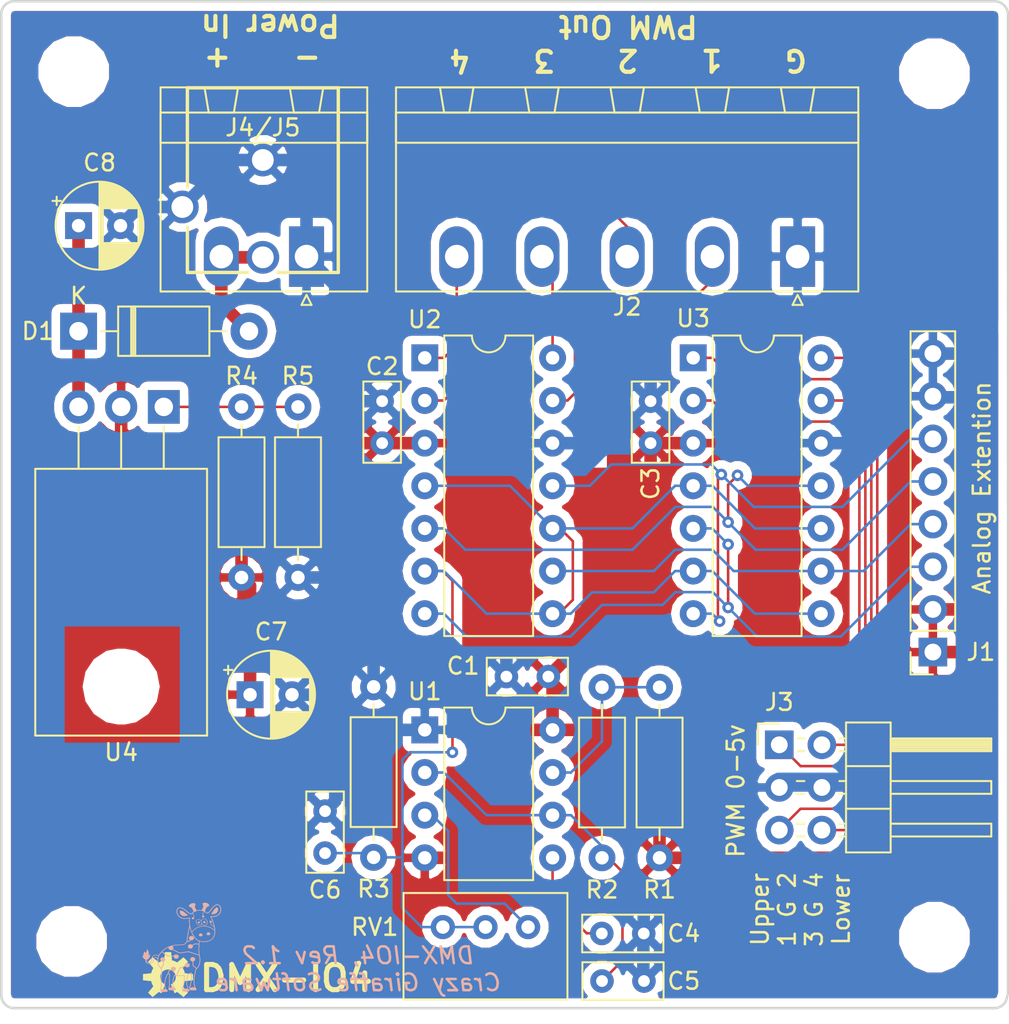
<source format=kicad_pcb>
(kicad_pcb (version 20171130) (host pcbnew "(5.0.0)")
  (title_block (title "DMX Demonstrator - Analog IO PWM (DMX-IO4)") (date 2023-07-01) (rev 1.2) (company "Crazy Giraffe Software") (comment 2 "Designed by: SparkyBobo") (comment 3 https://creativecommons.org/licenses/by-sa/4.0/) (comment 4 "Released under the Creative Commons Attribution Share-Alike 4.0m License"))
  (layers (0 F.Cu signal hide) (31 B.Cu signal hide) (34 B.Paste user) (35 F.Paste user) (36 B.SilkS user) (37 F.SilkS user) (38 B.Mask user) (39 F.Mask user) (44 Edge.Cuts user))
  (net 0 "")
  (net 1 GND)
  (net 2 /AO1)
  (net 3 /AO0)
  (net 4 /AO3)
  (net 5 /AO2)
  (net 6 "Net-(J2-Pad2)")
  (net 7 "Net-(J2-Pad3)")
  (net 8 "Net-(J2-Pad4)")
  (net 9 "Net-(J2-Pad5)")
  (net 10 "Net-(R1-Pad2)")
  (net 11 +5V)
  (net 12 "Net-(C4-Pad2)")
  (net 13 "Net-(RV1-Pad1)")
  (net 14 "Net-(R4-Pad1)")
  (net 15 "Net-(D1-Pad2)")
  (net 16 "Net-(C2-Pad1)")
  (net 17 "Net-(J3-Pad1)")
  (net 18 "Net-(J3-Pad2)")
  (net 19 "Net-(J3-Pad5)")
  (net 20 "Net-(J3-Pad6)")
  (net 21 "Net-(C8-Pad1)")
  (net 22 "Net-(C6-Pad1)")
  (net 23 "Net-(C5-Pad2)")
  (module Connector_PinHeader_2.54mm:PinHeader_2x03_P2.54mm_Horizontal (layer F.Cu) (at 162.6108 111.252)
    (fp_text reference J3 (at 0 -2.54) (layer F.SilkS))
    (fp_text value "+5V Output")
    (pad 1 thru_hole rect (at 0 0) (size 1.7 1.7) (drill 1) (layers *.Cu *.Mask) (net 17 "Net-(J3-Pad1)"))
    (pad 2 thru_hole oval (at 2.54 0) (size 1.7 1.7) (drill 1) (layers *.Cu *.Mask) (net 18 "Net-(J3-Pad2)"))
    (pad 3 thru_hole oval (at 0 2.54) (size 1.7 1.7) (drill 1) (layers *.Cu *.Mask) (net 1 GND))
    (pad 4 thru_hole oval (at 2.54 2.54) (size 1.7 1.7) (drill 1) (layers *.Cu *.Mask) (net 1 GND))
    (pad 5 thru_hole oval (at 0 5.08) (size 1.7 1.7) (drill 1) (layers *.Cu *.Mask) (net 19 "Net-(J3-Pad5)"))
    (pad 6 thru_hole oval (at 2.54 5.08) (size 1.7 1.7) (drill 1) (layers *.Cu *.Mask) (net 20 "Net-(J3-Pad6)"))
  )
  (module Capacitor_THT:CP_Radial_D5.0mm_P2.50mm (layer F.Cu) (at 120.8405 80.3275)
    (fp_text reference C8 (at 1.25 -3.75) (layer F.SilkS))
    (fp_text value 10uF)
    (pad 1 thru_hole rect (at 0 0) (size 1.6 1.6) (drill 0.8) (layers *.Cu *.Mask) (net 21 "Net-(C8-Pad1)"))
    (pad 2 thru_hole circle (at 2.5 0) (size 1.6 1.6) (drill 0.8) (layers *.Cu *.Mask) (net 1 GND))
  )
  (module Capacitor_THT:C_Rect_L4.6mm_W2.0mm_P2.50mm_MKS02_FKP02 (layer F.Cu) (at 135.5344 117.7036 90)
    (fp_text reference C6 (at -2.1844 0 180) (layer F.SilkS))
    (fp_text value 0.68uF)
    (pad 1 thru_hole circle (at 0 0 90) (size 1.4 1.4) (drill 0.7) (layers *.Cu *.Mask) (net 22 "Net-(C6-Pad1)"))
    (pad 2 thru_hole circle (at 2.5 0 90) (size 1.4 1.4) (drill 0.7) (layers *.Cu *.Mask) (net 1 GND))
  )
  (module Package_DIP:DIP-14_W7.62mm (layer F.Cu) (at 157.48 88.2015)
    (fp_text reference U3 (at 0 -2.3495) (layer F.SilkS))
    (fp_text value LM339)
    (pad 1 thru_hole rect (at 0 0) (size 1.6 1.6) (drill 0.8) (layers *.Cu *.Mask) (net 19 "Net-(J3-Pad5)"))
    (pad 8 thru_hole oval (at 7.62 15.24) (size 1.6 1.6) (drill 0.8) (layers *.Cu *.Mask) (net 22 "Net-(C6-Pad1)"))
    (pad 2 thru_hole oval (at 0 2.54) (size 1.6 1.6) (drill 0.8) (layers *.Cu *.Mask) (net 18 "Net-(J3-Pad2)"))
    (pad 9 thru_hole oval (at 7.62 12.7) (size 1.6 1.6) (drill 0.8) (layers *.Cu *.Mask) (net 5 /AO2))
    (pad 3 thru_hole oval (at 0 5.08) (size 1.6 1.6) (drill 0.8) (layers *.Cu *.Mask) (net 11 +5V))
    (pad 10 thru_hole oval (at 7.62 10.16) (size 1.6 1.6) (drill 0.8) (layers *.Cu *.Mask) (net 22 "Net-(C6-Pad1)"))
    (pad 4 thru_hole oval (at 0 7.62) (size 1.6 1.6) (drill 0.8) (layers *.Cu *.Mask) (net 22 "Net-(C6-Pad1)"))
    (pad 11 thru_hole oval (at 7.62 7.62) (size 1.6 1.6) (drill 0.8) (layers *.Cu *.Mask) (net 2 /AO1))
    (pad 5 thru_hole oval (at 0 10.16) (size 1.6 1.6) (drill 0.8) (layers *.Cu *.Mask) (net 4 /AO3))
    (pad 12 thru_hole oval (at 7.62 5.08) (size 1.6 1.6) (drill 0.8) (layers *.Cu *.Mask) (net 1 GND))
    (pad 6 thru_hole oval (at 0 12.7) (size 1.6 1.6) (drill 0.8) (layers *.Cu *.Mask) (net 22 "Net-(C6-Pad1)"))
    (pad 13 thru_hole oval (at 7.62 2.54) (size 1.6 1.6) (drill 0.8) (layers *.Cu *.Mask) (net 17 "Net-(J3-Pad1)"))
    (pad 7 thru_hole oval (at 0 15.24) (size 1.6 1.6) (drill 0.8) (layers *.Cu *.Mask) (net 3 /AO0))
    (pad 14 thru_hole oval (at 7.62 0) (size 1.6 1.6) (drill 0.8) (layers *.Cu *.Mask) (net 20 "Net-(J3-Pad6)"))
  )
  (module Package_TO_SOT_THT:TO-220-3_Horizontal_TabDown (layer F.Cu) (at 125.9205 91.1225 180)
    (fp_text reference U4 (at 2.54 -20.58 180) (layer F.SilkS))
    (fp_text value LM317T)
    (pad "" np_thru_hole oval (at 2.54 -16.66 180) (size 3.5 3.5) (drill 3.5) (layers *.Cu *.Mask))
    (pad 1 thru_hole rect (at 0 0 180) (size 1.905 2) (drill 1.1) (layers *.Cu *.Mask) (net 14 "Net-(R4-Pad1)"))
    (pad 2 thru_hole oval (at 2.54 0 180) (size 1.905 2) (drill 1.1) (layers *.Cu *.Mask) (net 16 "Net-(C2-Pad1)"))
    (pad 3 thru_hole oval (at 5.08 0 180) (size 1.905 2) (drill 1.1) (layers *.Cu *.Mask) (net 21 "Net-(C8-Pad1)"))
  )
  (module Connector_Phoenix_MSTB:PhoenixContact_MSTBA_2,5_5-G-5,08_1x05_P5.08mm_Horizontal (layer F.Cu) (at 163.703 82.169 180)
    (fp_text reference J2 (at 10.16 -3 180) (layer F.SilkS))
    (fp_text value "Vo Output")
    (pad 1 thru_hole rect (at 0 0 180) (size 2.08 3.6) (drill 1.4) (layers *.Cu *.Mask) (net 1 GND))
    (pad 2 thru_hole oval (at 5.08 0 180) (size 2.08 3.6) (drill 1.4) (layers *.Cu *.Mask) (net 6 "Net-(J2-Pad2)"))
    (pad 3 thru_hole oval (at 10.16 0 180) (size 2.08 3.6) (drill 1.4) (layers *.Cu *.Mask) (net 7 "Net-(J2-Pad3)"))
    (pad 4 thru_hole oval (at 15.24 0 180) (size 2.08 3.6) (drill 1.4) (layers *.Cu *.Mask) (net 8 "Net-(J2-Pad4)"))
    (pad 5 thru_hole oval (at 20.32 0 180) (size 2.08 3.6) (drill 1.4) (layers *.Cu *.Mask) (net 9 "Net-(J2-Pad5)"))
  )
  (module Capacitor_THT:CP_Radial_D5.0mm_P2.50mm (layer F.Cu) (at 131.064 108.2675)
    (fp_text reference C7 (at 1.25 -3.75) (layer F.SilkS))
    (fp_text value 10uF)
    (pad 1 thru_hole rect (at 0 0) (size 1.6 1.6) (drill 0.8) (layers *.Cu *.Mask) (net 16 "Net-(C2-Pad1)"))
    (pad 2 thru_hole circle (at 2.5 0) (size 1.6 1.6) (drill 0.8) (layers *.Cu *.Mask) (net 1 GND))
  )
  (module Connector_Phoenix_MSTB:PhoenixContact_MSTBA_2,5_2-G-5,08_1x02_P5.08mm_Horizontal (layer F.Cu) (at 134.4295 82.169 180)
    (fp_text reference J4 hide)
    (fp_text value Power)
    (pad 1 thru_hole rect (at 0 0 180) (size 2.08 3.6) (drill 1.4) (layers *.Cu *.Mask) (net 1 GND))
    (pad 2 thru_hole oval (at 5.08 0 180) (size 2.08 3.6) (drill 1.4) (layers *.Cu *.Mask) (net 15 "Net-(D1-Pad2)"))
  )
  (module Connectors:POWER_JACK_PTH_BREAD (layer F.Cu) (at 131.826 68.5165 180)
    (fp_text reference J5 hide)
    (fp_text value Power hide)
    (pad GND thru_hole circle (at 0 -7.8994 180) (size 1.94818 1.94818) (drill 1.29794) (layers *.Cu *.Mask) (net 1 GND))
    (pad GNDB thru_hole circle (at 4.79806 -10.69848 180) (size 1.94818 1.94818) (drill 1.29794) (layers *.Cu *.Mask) (net 1 GND))
    (pad PWR thru_hole circle (at 0 -13.69822 180) (size 1.94818 1.94818) (drill 1.29794) (layers *.Cu *.Mask) (net 15 "Net-(D1-Pad2)"))
  )
  (module Diode_THT:D_DO-41_SOD81_P10.16mm_Horizontal (layer F.Cu) (at 120.8405 86.614)
    (fp_text reference D1 (at -2.413 0) (layer F.SilkS))
    (fp_text value 1N5819)
    (fp_text user K (at 0 -2.1) (layer F.SilkS))
    (pad 1 thru_hole rect (at 0 0) (size 2.2 2.2) (drill 1.1) (layers *.Cu *.Mask) (net 21 "Net-(C8-Pad1)"))
    (pad 2 thru_hole oval (at 10.16 0) (size 2.2 2.2) (drill 1.1) (layers *.Cu *.Mask) (net 15 "Net-(D1-Pad2)"))
  )
  (module Resistor_THT:R_Axial_DIN0207_L6.3mm_D2.5mm_P10.16mm_Horizontal (layer F.Cu) (at 130.556 91.1225 270)
    (fp_text reference R4 (at -1.8415 0 180) (layer F.SilkS))
    (fp_text value "392 1%")
    (pad 2 thru_hole oval (at 10.16 0 270) (size 1.6 1.6) (drill 0.8) (layers *.Cu *.Mask) (net 16 "Net-(C2-Pad1)"))
    (pad 1 thru_hole circle (at 0 0 270) (size 1.6 1.6) (drill 0.8) (layers *.Cu *.Mask) (net 14 "Net-(R4-Pad1)"))
  )
  (module Resistor_THT:R_Axial_DIN0207_L6.3mm_D2.5mm_P10.16mm_Horizontal (layer F.Cu) (at 133.9215 101.2825 90)
    (fp_text reference R5 (at 12.0015 0 180) (layer F.SilkS))
    (fp_text value "2.74k 1%")
    (pad 1 thru_hole circle (at 0 0 90) (size 1.6 1.6) (drill 0.8) (layers *.Cu *.Mask) (net 1 GND))
    (pad 2 thru_hole oval (at 10.16 0 90) (size 1.6 1.6) (drill 0.8) (layers *.Cu *.Mask) (net 14 "Net-(R4-Pad1)"))
  )
  (module Package_DIP:DIP-14_W7.62mm (layer F.Cu) (at 141.478 88.2015)
    (fp_text reference U2 (at 0 -2.286) (layer F.SilkS))
    (fp_text value LM339)
    (pad 14 thru_hole oval (at 7.62 0) (size 1.6 1.6) (drill 0.8) (layers *.Cu *.Mask) (net 8 "Net-(J2-Pad4)"))
    (pad 7 thru_hole oval (at 0 15.24) (size 1.6 1.6) (drill 0.8) (layers *.Cu *.Mask) (net 4 /AO3))
    (pad 13 thru_hole oval (at 7.62 2.54) (size 1.6 1.6) (drill 0.8) (layers *.Cu *.Mask) (net 6 "Net-(J2-Pad2)"))
    (pad 6 thru_hole oval (at 0 12.7) (size 1.6 1.6) (drill 0.8) (layers *.Cu *.Mask) (net 22 "Net-(C6-Pad1)"))
    (pad 12 thru_hole oval (at 7.62 5.08) (size 1.6 1.6) (drill 0.8) (layers *.Cu *.Mask) (net 1 GND))
    (pad 5 thru_hole oval (at 0 10.16) (size 1.6 1.6) (drill 0.8) (layers *.Cu *.Mask) (net 2 /AO1))
    (pad 11 thru_hole oval (at 7.62 7.62) (size 1.6 1.6) (drill 0.8) (layers *.Cu *.Mask) (net 3 /AO0))
    (pad 4 thru_hole oval (at 0 7.62) (size 1.6 1.6) (drill 0.8) (layers *.Cu *.Mask) (net 22 "Net-(C6-Pad1)"))
    (pad 10 thru_hole oval (at 7.62 10.16) (size 1.6 1.6) (drill 0.8) (layers *.Cu *.Mask) (net 22 "Net-(C6-Pad1)"))
    (pad 3 thru_hole oval (at 0 5.08) (size 1.6 1.6) (drill 0.8) (layers *.Cu *.Mask) (net 16 "Net-(C2-Pad1)"))
    (pad 9 thru_hole oval (at 7.62 12.7) (size 1.6 1.6) (drill 0.8) (layers *.Cu *.Mask) (net 5 /AO2))
    (pad 2 thru_hole oval (at 0 2.54) (size 1.6 1.6) (drill 0.8) (layers *.Cu *.Mask) (net 7 "Net-(J2-Pad3)"))
    (pad 8 thru_hole oval (at 7.62 15.24) (size 1.6 1.6) (drill 0.8) (layers *.Cu *.Mask) (net 22 "Net-(C6-Pad1)"))
    (pad 1 thru_hole rect (at 0 0) (size 1.6 1.6) (drill 0.8) (layers *.Cu *.Mask) (net 9 "Net-(J2-Pad5)"))
  )
  (module Capacitor_THT:C_Rect_L4.6mm_W2.0mm_P2.50mm_MKS02_FKP02 (layer F.Cu) (at 154.94 93.2815 90)
    (fp_text reference C3 (at -2.413 0 90) (layer F.SilkS))
    (fp_text value 0.1uF)
    (pad 1 thru_hole circle (at 0 0 90) (size 1.4 1.4) (drill 0.7) (layers *.Cu *.Mask) (net 11 +5V))
    (pad 2 thru_hole circle (at 2.5 0 90) (size 1.4 1.4) (drill 0.7) (layers *.Cu *.Mask) (net 1 GND))
  )
  (module Capacitor_THT:C_Rect_L4.6mm_W2.0mm_P2.50mm_MKS02_FKP02 (layer F.Cu) (at 154.5317 122.4915 180)
    (fp_text reference C4 (at -2.3895 0 180) (layer F.SilkS))
    (fp_text value 100nf)
    (pad 2 thru_hole circle (at 2.5 0 180) (size 1.4 1.4) (drill 0.7) (layers *.Cu *.Mask) (net 12 "Net-(C4-Pad2)"))
    (pad 1 thru_hole circle (at 0 0 180) (size 1.4 1.4) (drill 0.7) (layers *.Cu *.Mask) (net 1 GND))
  )
  (module Capacitor_THT:C_Rect_L4.6mm_W2.0mm_P2.50mm_MKS02_FKP02 (layer F.Cu) (at 154.5444 125.3236 180)
    (fp_text reference C5 (at -2.3768 0) (layer F.SilkS))
    (fp_text value 0.68uF)
    (pad 1 thru_hole circle (at 0 0 180) (size 1.4 1.4) (drill 0.7) (layers *.Cu *.Mask) (net 1 GND))
    (pad 2 thru_hole circle (at 2.5 0 180) (size 1.4 1.4) (drill 0.7) (layers *.Cu *.Mask) (net 23 "Net-(C5-Pad2)"))
  )
  (module Potentiometer_THT:Potentiometer_Bourns_3299W_Vertical (layer F.Cu) (at 147.6375 122.1105)
    (fp_text reference RV1 (at -9.144 0 -180) (layer F.SilkS))
    (fp_text value 10k)
    (pad 1 thru_hole circle (at 0 0) (size 1.44 1.44) (drill 0.8) (layers *.Cu *.Mask) (net 13 "Net-(RV1-Pad1)"))
    (pad 2 thru_hole circle (at -2.54 0) (size 1.44 1.44) (drill 0.8) (layers *.Cu *.Mask) (net 22 "Net-(C6-Pad1)"))
    (pad 3 thru_hole circle (at -5.08 0) (size 1.44 1.44) (drill 0.8) (layers *.Cu *.Mask) (net 22 "Net-(C6-Pad1)"))
  )
  (module Resistor_THT:R_Axial_DIN0207_L6.3mm_D2.5mm_P10.16mm_Horizontal (layer F.Cu) (at 155.4734 117.983 90)
    (fp_text reference R1 (at -1.905 0 180) (layer F.SilkS))
    (fp_text value 330)
    (pad 2 thru_hole oval (at 10.16 0 90) (size 1.6 1.6) (drill 0.8) (layers *.Cu *.Mask) (net 10 "Net-(R1-Pad2)"))
    (pad 1 thru_hole circle (at 0 0 90) (size 1.6 1.6) (drill 0.8) (layers *.Cu *.Mask) (net 11 +5V))
  )
  (module Resistor_THT:R_Axial_DIN0207_L6.3mm_D2.5mm_P10.16mm_Horizontal (layer F.Cu) (at 152.0444 107.823 270)
    (fp_text reference R2 (at 12.065 0) (layer F.SilkS))
    (fp_text value 10k)
    (pad 1 thru_hole circle (at 0 0 270) (size 1.6 1.6) (drill 0.8) (layers *.Cu *.Mask) (net 10 "Net-(R1-Pad2)"))
    (pad 2 thru_hole oval (at 10.16 0 270) (size 1.6 1.6) (drill 0.8) (layers *.Cu *.Mask) (net 23 "Net-(C5-Pad2)"))
  )
  (module Resistor_THT:R_Axial_DIN0207_L6.3mm_D2.5mm_P10.16mm_Horizontal (layer F.Cu) (at 138.43 107.7976 270)
    (fp_text reference R3 (at 12.0396 0) (layer F.SilkS))
    (fp_text value 10k)
    (pad 2 thru_hole oval (at 10.16 0 270) (size 1.6 1.6) (drill 0.8) (layers *.Cu *.Mask) (net 22 "Net-(C6-Pad1)"))
    (pad 1 thru_hole circle (at 0 0 270) (size 1.6 1.6) (drill 0.8) (layers *.Cu *.Mask) (net 1 GND))
  )
  (module Connector_PinSocket_2.54mm:PinSocket_1x08_P2.54mm_Vertical (layer F.Cu) (at 171.7675 105.7275 180)
    (fp_text reference J1 (at -2.8575 0 180) (layer F.SilkS))
    (fp_text value "Analog Extension")
    (pad 1 thru_hole rect (at 0 0 180) (size 1.7 1.7) (drill 1) (layers *.Cu *.Mask) (net 11 +5V))
    (pad 2 thru_hole oval (at 0 2.54 180) (size 1.7 1.7) (drill 1) (layers *.Cu *.Mask) (net 11 +5V))
    (pad 3 thru_hole oval (at 0 5.08 180) (size 1.7 1.7) (drill 1) (layers *.Cu *.Mask) (net 4 /AO3))
    (pad 4 thru_hole oval (at 0 7.62 180) (size 1.7 1.7) (drill 1) (layers *.Cu *.Mask) (net 5 /AO2))
    (pad 5 thru_hole oval (at 0 10.16 180) (size 1.7 1.7) (drill 1) (layers *.Cu *.Mask) (net 2 /AO1))
    (pad 6 thru_hole oval (at 0 12.7 180) (size 1.7 1.7) (drill 1) (layers *.Cu *.Mask) (net 3 /AO0))
    (pad 7 thru_hole oval (at 0 15.24 180) (size 1.7 1.7) (drill 1) (layers *.Cu *.Mask) (net 1 GND))
    (pad 8 thru_hole oval (at 0 17.78 180) (size 1.7 1.7) (drill 1) (layers *.Cu *.Mask) (net 1 GND))
  )
  (module Package_DIP:DIP-8_W7.62mm (layer F.Cu) (at 141.478 110.363)
    (fp_text reference U1 (at 0 -2.286) (layer F.SilkS))
    (fp_text value LM555)
    (pad 1 thru_hole rect (at 0 0) (size 1.6 1.6) (drill 0.8) (layers *.Cu *.Mask) (net 1 GND))
    (pad 5 thru_hole oval (at 7.62 7.62) (size 1.6 1.6) (drill 0.8) (layers *.Cu *.Mask) (net 12 "Net-(C4-Pad2)"))
    (pad 2 thru_hole oval (at 0 2.54) (size 1.6 1.6) (drill 0.8) (layers *.Cu *.Mask) (net 23 "Net-(C5-Pad2)"))
    (pad 6 thru_hole oval (at 7.62 5.08) (size 1.6 1.6) (drill 0.8) (layers *.Cu *.Mask) (net 23 "Net-(C5-Pad2)"))
    (pad 3 thru_hole oval (at 0 5.08) (size 1.6 1.6) (drill 0.8) (layers *.Cu *.Mask) (net 13 "Net-(RV1-Pad1)"))
    (pad 7 thru_hole oval (at 7.62 2.54) (size 1.6 1.6) (drill 0.8) (layers *.Cu *.Mask) (net 10 "Net-(R1-Pad2)"))
    (pad 4 thru_hole oval (at 0 7.62) (size 1.6 1.6) (drill 0.8) (layers *.Cu *.Mask) (net 11 +5V))
    (pad 8 thru_hole oval (at 7.62 0) (size 1.6 1.6) (drill 0.8) (layers *.Cu *.Mask) (net 11 +5V))
  )
  (module Capacitor_THT:C_Rect_L4.6mm_W2.0mm_P2.50mm_MKS02_FKP02 (layer F.Cu) (at 138.938 93.2815 90)
    (fp_text reference C2 (at 4.572 0 180) (layer F.SilkS))
    (fp_text value 0.1uF)
    (pad 2 thru_hole circle (at 2.5 0 90) (size 1.4 1.4) (drill 0.7) (layers *.Cu *.Mask) (net 1 GND))
    (pad 1 thru_hole circle (at 0 0 90) (size 1.4 1.4) (drill 0.7) (layers *.Cu *.Mask) (net 16 "Net-(C2-Pad1)"))
  )
  (module Capacitor_THT:C_Rect_L4.6mm_W2.0mm_P2.50mm_MKS02_FKP02 (layer F.Cu) (at 148.844 107.188 180)
    (fp_text reference C1 (at 5.08 0.635 180) (layer F.SilkS))
    (fp_text value 0.1uF)
    (pad 1 thru_hole circle (at 0 0 180) (size 1.4 1.4) (drill 0.7) (layers *.Cu *.Mask) (net 11 +5V))
    (pad 2 thru_hole circle (at 2.5 0 180) (size 1.4 1.4) (drill 0.7) (layers *.Cu *.Mask) (net 1 GND))
  )
  (module MountingHole:MountingHole_3.2mm_M3 (layer F.Cu) (at 171.864 71.2775)
    (fp_text reference MH2 hide)
    (fp_text value MountingHole)
    (pad 1 np_thru_hole circle (at 0 0) (size 3.2 3.2) (drill 3.2) (layers *.Cu *.Mask))
  )
  (module MountingHole:MountingHole_3.2mm_M3 (layer F.Cu) (at 120.429 122.9665)
    (fp_text reference MH3 hide)
    (fp_text value MountingHole)
    (pad 1 np_thru_hole circle (at 0 0) (size 3.2 3.2) (drill 3.2) (layers *.Cu *.Mask))
  )
  (module MountingHole:MountingHole_3.2mm_M3 (layer F.Cu) (at 171.864 122.7125)
    (fp_text reference MH4 hide)
    (fp_text value MountingHole)
    (pad 1 np_thru_hole circle (at 0 0) (size 3.2 3.2) (drill 3.2) (layers *.Cu *.Mask))
  )
  (module MountingHole:MountingHole_3.2mm_M3 (layer F.Cu) (at 120.556 71.1505)
    (fp_text reference MH1 hide)
    (fp_text value MountingHole)
    (pad 1 np_thru_hole circle (at 0 0) (size 3.2 3.2) (drill 3.2) (layers *.Cu *.Mask))
  )
  (module footprints:OSHW-LOGO-S (layer F.Cu) (at 126.1745 125.095)
    (fp_text reference "" (at 0 0) (layer F.SilkS) (effects (font (size 1.524 1.524))))
    (fp_text value "" (at 0 0) (layer F.SilkS) (effects (font (size 1.524 1.524))))
  )
  (module footprints:logo_cr_5x5 (layer B.Cu) (at 127 123.317 180)
    (fp_text reference G*** hide)
    (fp_text value LOGO hide)
  )
  (gr_text "PWM 0-5v" (at 160.02 113.9952 90) (layer F.SilkS) (effects (font (size 1 1))))
  (gr_text "Upper\n1 G 2\n3 G 4\nLower" (at 163.8808 121.0564 90) (layer F.SilkS) (effects (font (size 1 1))))
  (gr_text J4/J5 (at 131.826 74.4855) (layer F.SilkS) (effects (font (size 1 1))))
  (gr_text " -    +\nPower In" (at 132.2705 69.4055 180) (layer F.SilkS) (effects (font (size 1.25 1.25) (thickness 0.25))))
  (gr_text "Analog Extention" (at 174.6885 95.9485 90) (layer F.SilkS) (effects (font (size 1 1))))
  (gr_line (start 116.9949 66.9595) (end 175.4149 66.9595) (layer Edge.Cuts) (width 0.15))
  (gr_line (start 176.2507 67.7775) (end 176.2455 126.111) (layer Edge.Cuts) (width 0.15))
  (gr_arc (start 175.4327 126.1745) (end 175.387 126.9365) (angle -90) (layer Edge.Cuts) (width 0.15))
  (gr_arc (start 175.4327 67.7775) (end 176.2507 67.7775) (angle -90) (layer Edge.Cuts) (width 0.15))
  (gr_arc (start 116.9949 67.7215) (end 116.9949 66.9595) (angle -90) (layer Edge.Cuts) (width 0.15))
  (gr_arc (start 117 126.1745) (end 116.238 126.1745) (angle -90) (layer Edge.Cuts) (width 0.15))
  (gr_line (start 117 126.9365) (end 175.387 126.9365) (layer Edge.Cuts) (width 0.15))
  (gr_line (start 116.2329 126.1975) (end 116.2329 67.7215) (layer Edge.Cuts) (width 0.15))
  (gr_text "DMX-IO4, Rev 1.2\nCrazy Giraffe Software\n\n" (at 137.541 125.4125) (layer B.SilkS) (effects (font (size 1 1) (thickness 0.15) italic) (justify mirror)))
  (gr_text DMX-IO4 (at 133.223 125.1585) (layer F.SilkS) (effects (font (size 1.5 1.5) (thickness 0.3))))
  (gr_text "G    1    2    3    4\nPWM Out" (at 153.6065 69.469 180) (layer F.SilkS) (effects (font (size 1.25 1.25) (thickness 0.25))))
  (segment (start 171.7675 90.4875) (end 171.831 90.551) (width 0.75) (layer B.Cu) (net 1))
  (segment (start 171.831 90.551) (end 174.752 90.551) (width 0.75) (layer B.Cu) (net 1))
  (segment (start 129.82702 76.4159) (end 127.02794 79.21498) (width 0.75) (layer B.Cu) (net 1))
  (segment (start 131.826 76.4159) (end 129.82702 76.4159) (width 0.75) (layer B.Cu) (net 1))
  (segment (start 124.45302 79.21498) (end 123.3405 80.3275) (width 0.75) (layer B.Cu) (net 1))
  (segment (start 127.02794 79.21498) (end 124.45302 79.21498) (width 0.75) (layer B.Cu) (net 1))
  (segment (start 131.8641 76.454) (end 131.826 76.4159) (width 0.75) (layer B.Cu) (net 1))
  (segment (start 171.7675 87.9475) (end 174.752 87.9475) (width 0.75) (layer B.Cu) (net 1))
  (segment (start 174.752 85.598) (end 174.752 87.9475) (width 0.75) (layer B.Cu) (net 1))
  (segment (start 174.752 87.9475) (end 174.752 90.551) (width 0.75) (layer B.Cu) (net 1))
  (segment (start 149.098 93.2815) (end 151.3205 93.2815) (width 0.75) (layer B.Cu) (net 1))
  (segment (start 151.3205 93.2815) (end 151.3205 85.598) (width 0.75) (layer B.Cu) (net 1))
  (segment (start 137.16 85.598) (end 151.3205 85.598) (width 0.75) (layer B.Cu) (net 1))
  (segment (start 151.3205 85.598) (end 154.94 85.598) (width 0.75) (layer B.Cu) (net 1))
  (segment (start 167.132 85.598) (end 174.752 85.598) (width 0.75) (layer B.Cu) (net 1))
  (segment (start 162.56 113.284) (end 165.1 113.284) (width 0.75) (layer B.Cu) (net 1))
  (segment (start 165.1 113.284) (end 174.752 113.284) (width 0.75) (layer B.Cu) (net 1))
  (segment (start 174.752 90.551) (end 174.752 113.284) (width 0.75) (layer B.Cu) (net 1))
  (segment (start 154.94 90.7815) (end 154.94 85.598) (width 0.75) (layer B.Cu) (net 1))
  (segment (start 167.132 93.2815) (end 167.132 85.598) (width 0.75) (layer B.Cu) (net 1))
  (segment (start 165.1 93.2815) (end 167.132 93.2815) (width 0.75) (layer B.Cu) (net 1))
  (segment (start 154.5082 121.9562) (end 154.5082 124.7902) (width 0.75) (layer B.Cu) (net 1))
  (segment (start 154.5317 121.9327) (end 154.5082 121.9562) (width 0.75) (layer B.Cu) (net 1))
  (segment (start 174.752 113.284) (end 174.752 118.11) (width 0.75) (layer B.Cu) (net 1))
  (segment (start 170.18 118.11) (end 168.3385 119.9515) (width 0.75) (layer B.Cu) (net 1))
  (segment (start 168.3385 119.9515) (end 154.5806 119.9515) (width 0.75) (layer B.Cu) (net 1))
  (segment (start 174.752 118.11) (end 170.18 118.11) (width 0.75) (layer B.Cu) (net 1))
  (segment (start 154.5806 119.9515) (end 154.5317 120.0004) (width 0.75) (layer B.Cu) (net 1))
  (segment (start 154.5317 120.0004) (end 154.5317 121.9327) (width 0.75) (layer B.Cu) (net 1))
  (segment (start 146.344 105.8056) (end 146.304 105.7656) (width 0.75) (layer B.Cu) (net 1))
  (segment (start 146.344 107.188) (end 146.344 105.8056) (width 0.75) (layer B.Cu) (net 1))
  (segment (start 136.144 83.8835) (end 134.4295 82.169) (width 0.75) (layer B.Cu) (net 1))
  (segment (start 137.16 85.598) (end 136.144 85.598) (width 0.75) (layer B.Cu) (net 1))
  (segment (start 136.144 85.598) (end 136.144 83.8835) (width 0.75) (layer B.Cu) (net 1))
  (segment (start 136.144 90.805) (end 136.144 85.598) (width 0.75) (layer B.Cu) (net 1))
  (segment (start 136.1675 90.7815) (end 136.144 90.805) (width 0.75) (layer B.Cu) (net 1))
  (segment (start 138.938 90.7815) (end 136.1675 90.7815) (width 0.75) (layer B.Cu) (net 1))
  (segment (start 134.4295 82.169) (end 134.4295 77.343) (width 0.75) (layer B.Cu) (net 1))
  (segment (start 133.5024 76.4159) (end 131.826 76.4159) (width 0.75) (layer B.Cu) (net 1))
  (segment (start 134.4295 77.343) (end 133.5024 76.4159) (width 0.75) (layer B.Cu) (net 1))
  (segment (start 138.43 107.7976) (end 138.43 105.7656) (width 0.75) (layer B.Cu) (net 1))
  (segment (start 146.304 105.7656) (end 138.43 105.7656) (width 0.75) (layer B.Cu) (net 1))
  (segment (start 138.43 105.7656) (end 136.144 105.7656) (width 0.75) (layer B.Cu) (net 1))
  (segment (start 136.144 114.594) (end 135.5344 115.2036) (width 0.75) (layer B.Cu) (net 1))
  (segment (start 141.478 110.363) (end 136.144 110.363) (width 0.75) (layer B.Cu) (net 1))
  (segment (start 136.144 110.363) (end 136.144 114.594) (width 0.75) (layer B.Cu) (net 1))
  (segment (start 133.564 108.2675) (end 136.144 108.2675) (width 0.75) (layer B.Cu) (net 1))
  (segment (start 136.144 105.7656) (end 136.144 108.2675) (width 0.75) (layer B.Cu) (net 1))
  (segment (start 136.144 108.2675) (end 136.144 110.363) (width 0.75) (layer B.Cu) (net 1))
  (segment (start 133.9215 101.2825) (end 136.144 101.2825) (width 0.75) (layer B.Cu) (net 1))
  (segment (start 136.144 105.7656) (end 136.144 101.2825) (width 0.75) (layer B.Cu) (net 1))
  (segment (start 136.144 101.2825) (end 136.144 90.805) (width 0.75) (layer B.Cu) (net 1))
  (segment (start 154.94 85.598) (end 167.132 85.598) (width 0.75) (layer B.Cu) (net 1))
  (segment (start 170.434 95.5675) (end 171.7675 95.5675) (width 0.1524) (layer B.Cu) (net 2))
  (segment (start 166.37 99.6315) (end 170.434 95.5675) (width 0.1524) (layer B.Cu) (net 2))
  (segment (start 161.2011 99.6315) (end 166.37 99.6315) (width 0.1524) (layer B.Cu) (net 2))
  (segment (start 142.621 98.3615) (end 143.891 99.6315) (width 0.1524) (layer B.Cu) (net 2))
  (segment (start 143.891 99.6315) (end 153.8605 99.6315) (width 0.1524) (layer B.Cu) (net 2))
  (segment (start 141.478 98.3615) (end 142.621 98.3615) (width 0.1524) (layer B.Cu) (net 2))
  (segment (start 153.8605 99.6315) (end 156.4132 97.0788) (width 0.1524) (layer B.Cu) (net 2))
  (segment (start 156.4132 97.0788) (end 158.6484 97.0788) (width 0.1524) (layer B.Cu) (net 2))
  (segment (start 158.6484 97.0788) (end 159.5628 97.9932) (width 0.1524) (layer B.Cu) (net 2))
  (segment (start 159.5628 97.9932) (end 161.2011 99.6315) (width 0.1524) (layer B.Cu) (net 2))
  (via (at 159.5628 97.9932) (size 0.6858) (drill 0.3302) (layers F.Cu B.Cu) (net 2))
  (via (at 160.1216 95.1992) (size 0.6858) (drill 0.3302) (layers F.Cu B.Cu) (net 2))
  (segment (start 159.5628 97.9932) (end 159.5628 95.758) (width 0.1524) (layer F.Cu) (net 2))
  (segment (start 159.5628 95.758) (end 160.1216 95.1992) (width 0.1524) (layer F.Cu) (net 2))
  (segment (start 160.7439 95.8215) (end 160.1216 95.1992) (width 0.1524) (layer B.Cu) (net 2))
  (segment (start 165.1 95.8215) (end 160.7439 95.8215) (width 0.1524) (layer B.Cu) (net 2))
  (segment (start 170.434 93.0275) (end 171.7675 93.0275) (width 0.1524) (layer B.Cu) (net 3))
  (segment (start 166.3827 97.0788) (end 167.8051 95.6564) (width 0.1524) (layer B.Cu) (net 3))
  (segment (start 161.0868 97.0788) (end 166.3827 97.0788) (width 0.1524) (layer B.Cu) (net 3))
  (segment (start 167.8051 95.6564) (end 170.434 93.0275) (width 0.1524) (layer B.Cu) (net 3))
  (segment (start 167.5765 95.885) (end 167.8051 95.6564) (width 0.1524) (layer B.Cu) (net 3))
  (segment (start 149.098 95.8215) (end 151.3205 95.8215) (width 0.1524) (layer B.Cu) (net 3))
  (segment (start 151.3205 95.8215) (end 152.5905 94.5515) (width 0.1524) (layer B.Cu) (net 3))
  (segment (start 152.5905 94.5515) (end 158.623 94.5515) (width 0.1524) (layer B.Cu) (net 3))
  (segment (start 158.623 94.5515) (end 158.623 94.615) (width 0.1524) (layer B.Cu) (net 3))
  (via (at 159.1564 95.1484) (size 0.6858) (drill 0.3302) (layers F.Cu B.Cu) (net 3))
  (segment (start 158.623 94.615) (end 159.1564 95.1484) (width 0.1524) (layer B.Cu) (net 3))
  (segment (start 159.1564 95.1484) (end 161.0868 97.0788) (width 0.1524) (layer B.Cu) (net 3))
  (via (at 159.0548 103.886) (size 0.6858) (drill 0.3302) (layers F.Cu B.Cu) (net 3))
  (segment (start 158.9532 95.3516) (end 159.1564 95.1484) (width 0.1524) (layer F.Cu) (net 3))
  (segment (start 158.9532 103.7844) (end 158.9532 95.3516) (width 0.1524) (layer F.Cu) (net 3))
  (segment (start 159.0548 103.886) (end 158.9532 103.7844) (width 0.1524) (layer F.Cu) (net 3))
  (segment (start 158.6103 103.4415) (end 157.48 103.4415) (width 0.1524) (layer B.Cu) (net 3))
  (segment (start 159.0548 103.886) (end 158.6103 103.4415) (width 0.1524) (layer B.Cu) (net 3))
  (segment (start 157.48 98.3615) (end 158.6103 98.3615) (width 0.1524) (layer B.Cu) (net 4))
  (via (at 159.5628 99.314) (size 0.6858) (drill 0.3302) (layers F.Cu B.Cu) (net 4))
  (segment (start 158.6103 98.3615) (end 159.5628 99.314) (width 0.1524) (layer B.Cu) (net 4))
  (segment (start 159.5628 99.314) (end 159.5628 102.5652) (width 0.1524) (layer F.Cu) (net 4))
  (segment (start 161.2392 104.8004) (end 166.2811 104.8004) (width 0.1524) (layer B.Cu) (net 4))
  (segment (start 166.2811 104.8004) (end 170.434 100.6475) (width 0.1524) (layer B.Cu) (net 4))
  (segment (start 161.2392 104.7496) (end 161.2392 104.8004) (width 0.1524) (layer B.Cu) (net 4))
  (segment (start 142.621 103.4415) (end 141.478 103.4415) (width 0.1524) (layer B.Cu) (net 4))
  (segment (start 150.1648 104.8004) (end 143.9799 104.8004) (width 0.1524) (layer B.Cu) (net 4))
  (segment (start 159.5628 103.0732) (end 158.6484 102.1588) (width 0.1524) (layer B.Cu) (net 4))
  (segment (start 170.434 100.6475) (end 171.7675 100.6475) (width 0.1524) (layer B.Cu) (net 4))
  (segment (start 143.9799 104.8004) (end 142.621 103.4415) (width 0.1524) (layer B.Cu) (net 4))
  (segment (start 158.6484 102.1588) (end 156.4132 102.1588) (width 0.1524) (layer B.Cu) (net 4))
  (segment (start 155.6512 102.9208) (end 152.0444 102.9208) (width 0.1524) (layer B.Cu) (net 4))
  (segment (start 159.5628 103.0732) (end 161.2392 104.7496) (width 0.1524) (layer B.Cu) (net 4))
  (segment (start 152.0444 102.9208) (end 150.1648 104.8004) (width 0.1524) (layer B.Cu) (net 4))
  (segment (start 156.4132 102.1588) (end 155.6512 102.9208) (width 0.1524) (layer B.Cu) (net 4))
  (via (at 159.5628 103.0732) (size 0.6858) (drill 0.3302) (layers F.Cu B.Cu) (net 4))
  (segment (start 159.5628 102.5652) (end 159.5628 103.0732) (width 0.1524) (layer F.Cu) (net 4))
  (segment (start 158.623 99.6315) (end 159.893 100.9015) (width 0.1524) (layer B.Cu) (net 5))
  (segment (start 156.4005 99.6315) (end 158.623 99.6315) (width 0.1524) (layer B.Cu) (net 5))
  (segment (start 149.098 100.9015) (end 155.1305 100.9015) (width 0.1524) (layer B.Cu) (net 5))
  (segment (start 155.1305 100.9015) (end 156.4005 99.6315) (width 0.1524) (layer B.Cu) (net 5))
  (segment (start 170.434 98.1075) (end 171.7675 98.1075) (width 0.1524) (layer B.Cu) (net 5))
  (segment (start 167.64 100.9015) (end 170.434 98.1075) (width 0.1524) (layer B.Cu) (net 5))
  (segment (start 159.893 100.9015) (end 165.1 100.9015) (width 0.1524) (layer B.Cu) (net 5))
  (segment (start 165.1 100.9015) (end 167.64 100.9015) (width 0.1524) (layer B.Cu) (net 5))
  (segment (start 158.623 83.566) (end 158.623 82.169) (width 0.1524) (layer F.Cu) (net 6))
  (segment (start 149.987 90.7415) (end 150.4315 90.297) (width 0.1524) (layer F.Cu) (net 6))
  (segment (start 149.098 90.7415) (end 149.987 90.7415) (width 0.1524) (layer F.Cu) (net 6))
  (segment (start 150.4315 90.297) (end 150.4315 85.471) (width 0.1524) (layer F.Cu) (net 6))
  (segment (start 150.4315 85.471) (end 151.257 84.6455) (width 0.1524) (layer F.Cu) (net 6))
  (segment (start 151.257 84.6455) (end 157.5435 84.6455) (width 0.1524) (layer F.Cu) (net 6))
  (segment (start 157.5435 84.6455) (end 158.623 83.566) (width 0.1524) (layer F.Cu) (net 6))
  (segment (start 153.543 80.391) (end 153.543 82.169) (width 0.1524) (layer F.Cu) (net 7))
  (segment (start 141.478 90.7415) (end 142.621 90.7415) (width 0.1524) (layer F.Cu) (net 7))
  (segment (start 145.0975 88.265) (end 145.0975 80.5815) (width 0.1524) (layer F.Cu) (net 7))
  (segment (start 145.0975 80.5815) (end 145.9865 79.6925) (width 0.1524) (layer F.Cu) (net 7))
  (segment (start 145.9865 79.6925) (end 152.8445 79.6925) (width 0.1524) (layer F.Cu) (net 7))
  (segment (start 142.621 90.7415) (end 145.0975 88.265) (width 0.1524) (layer F.Cu) (net 7))
  (segment (start 152.8445 79.6925) (end 153.543 80.391) (width 0.1524) (layer F.Cu) (net 7))
  (segment (start 149.098 82.804) (end 148.463 82.169) (width 0.1524) (layer F.Cu) (net 8))
  (segment (start 149.098 88.2015) (end 149.098 82.804) (width 0.1524) (layer F.Cu) (net 8))
  (segment (start 142.621 88.2015) (end 141.478 88.2015) (width 0.1524) (layer F.Cu) (net 9))
  (segment (start 143.383 82.169) (end 143.383 87.4395) (width 0.1524) (layer F.Cu) (net 9))
  (segment (start 143.383 87.4395) (end 142.621 88.2015) (width 0.1524) (layer F.Cu) (net 9))
  (segment (start 155.4734 107.823) (end 152.0444 107.823) (width 0.1524) (layer B.Cu) (net 10))
  (segment (start 152.0444 111.0488) (end 152.0444 107.823) (width 0.1524) (layer B.Cu) (net 10))
  (segment (start 149.098 112.903) (end 150.1902 112.903) (width 0.1524) (layer B.Cu) (net 10))
  (segment (start 150.1902 112.903) (end 152.0444 111.0488) (width 0.1524) (layer B.Cu) (net 10))
  (segment (start 174.6885 105.7275) (end 171.7675 105.7275) (width 0.75) (layer F.Cu) (net 11))
  (segment (start 171.7675 103.1875) (end 174.6885 103.1875) (width 0.75) (layer F.Cu) (net 11))
  (segment (start 174.6885 103.1875) (end 174.6885 105.7275) (width 0.75) (layer F.Cu) (net 11))
  (segment (start 174.6885 105.7275) (end 174.6885 115.3795) (width 0.75) (layer F.Cu) (net 11))
  (segment (start 150.3045 105.7275) (end 148.844 107.188) (width 0.75) (layer F.Cu) (net 11))
  (segment (start 149.098 107.442) (end 148.844 107.188) (width 0.75) (layer F.Cu) (net 11))
  (segment (start 149.098 110.363) (end 149.098 107.442) (width 0.75) (layer F.Cu) (net 11))
  (segment (start 174.6885 117.983) (end 174.6885 115.3795) (width 0.75) (layer F.Cu) (net 11))
  (segment (start 157.48 93.2815) (end 154.94 93.2815) (width 0.75) (layer F.Cu) (net 11))
  (segment (start 154.94 105.7275) (end 150.3045 105.7275) (width 0.75) (layer F.Cu) (net 11))
  (segment (start 154.94 93.2815) (end 154.94 105.7275) (width 0.75) (layer F.Cu) (net 11))
  (segment (start 169.8244 117.983) (end 169.8244 118.0084) (width 0.75) (layer F.Cu) (net 11))
  (segment (start 169.8244 117.983) (end 174.6885 117.983) (width 0.75) (layer F.Cu) (net 11))
  (segment (start 145.0086 110.363) (end 144.9832 110.3884) (width 0.75) (layer F.Cu) (net 11))
  (segment (start 149.098 110.363) (end 145.0086 110.363) (width 0.75) (layer F.Cu) (net 11))
  (segment (start 144.9832 110.3884) (end 144.9832 117.9068) (width 0.75) (layer F.Cu) (net 11))
  (segment (start 144.907 117.983) (end 141.478 117.983) (width 0.75) (layer F.Cu) (net 11))
  (segment (start 144.9832 117.9068) (end 144.907 117.983) (width 0.75) (layer F.Cu) (net 11))
  (segment (start 169.8244 117.983) (end 155.4734 117.983) (width 0.75) (layer F.Cu) (net 11))
  (segment (start 155.4734 117.983) (end 155.4734 110.4646) (width 0.75) (layer F.Cu) (net 11))
  (segment (start 155.3718 110.363) (end 155.4734 110.4646) (width 0.75) (layer F.Cu) (net 11))
  (segment (start 149.098 110.363) (end 155.3718 110.363) (width 0.75) (layer F.Cu) (net 11))
  (segment (start 152.019 122.4788) (end 152.0317 122.4915) (width 0.1524) (layer F.Cu) (net 12))
  (segment (start 151.13 122.4788) (end 152.019 122.4788) (width 0.1524) (layer F.Cu) (net 12))
  (segment (start 149.098 117.983) (end 149.098 120.4468) (width 0.1524) (layer F.Cu) (net 12))
  (segment (start 149.098 120.4468) (end 151.13 122.4788) (width 0.1524) (layer F.Cu) (net 12))
  (segment (start 141.9225 115.443) (end 141.478 115.443) (width 0.1524) (layer B.Cu) (net 13))
  (segment (start 142.875 116.3955) (end 141.9225 115.443) (width 0.1524) (layer B.Cu) (net 13))
  (segment (start 142.875 116.3955) (end 142.875 120.2055) (width 0.1524) (layer B.Cu) (net 13))
  (segment (start 142.875 120.2055) (end 143.383 120.7135) (width 0.1524) (layer B.Cu) (net 13))
  (segment (start 146.2405 120.7135) (end 147.6375 122.1105) (width 0.1524) (layer B.Cu) (net 13))
  (segment (start 143.383 120.7135) (end 146.2405 120.7135) (width 0.1524) (layer B.Cu) (net 13))
  (segment (start 125.9205 91.1225) (end 130.556 91.1225) (width 0.1524) (layer F.Cu) (net 14))
  (segment (start 130.556 91.1225) (end 133.9215 91.1225) (width 0.1524) (layer F.Cu) (net 14))
  (segment (start 120.8405 80.3275) (end 120.8405 86.614) (width 0.75) (layer F.Cu) (net 21))
  (segment (start 120.8405 86.614) (end 120.8405 91.1225) (width 0.75) (layer F.Cu) (net 21))
  (segment (start 129.39522 82.21472) (end 129.3495 82.169) (width 0.75) (layer F.Cu) (net 15))
  (segment (start 131.826 82.21472) (end 129.39522 82.21472) (width 0.75) (layer F.Cu) (net 15))
  (segment (start 129.3495 84.963) (end 131.0005 86.614) (width 0.75) (layer F.Cu) (net 15))
  (segment (start 129.3495 82.169) (end 129.3495 84.963) (width 0.75) (layer F.Cu) (net 15))
  (segment (start 123.3805 91.1225) (end 123.3805 92.583) (width 0.75) (layer F.Cu) (net 16))
  (segment (start 131.064 101.7905) (end 130.556 101.2825) (width 0.75) (layer F.Cu) (net 16))
  (segment (start 131.064 108.1405) (end 131.064 101.7905) (width 0.75) (layer F.Cu) (net 16))
  (segment (start 124.079 93.2815) (end 123.3805 92.583) (width 0.75) (layer F.Cu) (net 16))
  (segment (start 130.556 101.2825) (end 130.556 93.2815) (width 0.75) (layer F.Cu) (net 16))
  (segment (start 141.478 93.2815) (end 130.556 93.2815) (width 0.75) (layer F.Cu) (net 16))
  (segment (start 130.556 93.2815) (end 124.079 93.2815) (width 0.75) (layer F.Cu) (net 16))
  (segment (start 166.9923 90.7415) (end 165.1 90.7415) (width 0.1524) (layer F.Cu) (net 17))
  (segment (start 167.7416 91.4908) (end 166.9923 90.7415) (width 0.1524) (layer F.Cu) (net 17))
  (segment (start 167.7416 111.3536) (end 167.7416 91.4908) (width 0.1524) (layer F.Cu) (net 17))
  (segment (start 166.5732 112.522) (end 167.7416 111.3536) (width 0.1524) (layer F.Cu) (net 17))
  (segment (start 162.6108 111.252) (end 163.8808 112.522) (width 0.1524) (layer F.Cu) (net 17))
  (segment (start 163.8808 112.522) (end 166.5732 112.522) (width 0.1524) (layer F.Cu) (net 17))
  (segment (start 166.5732 111.252) (end 165.1508 111.252) (width 0.1524) (layer F.Cu) (net 18))
  (segment (start 158.6103 90.7415) (end 159.8676 91.9988) (width 0.1524) (layer F.Cu) (net 18))
  (segment (start 157.48 90.7415) (end 158.6103 90.7415) (width 0.1524) (layer F.Cu) (net 18))
  (segment (start 159.8676 91.9988) (end 166.8272 91.9988) (width 0.1524) (layer F.Cu) (net 18))
  (segment (start 166.8272 91.9988) (end 167.386 92.5576) (width 0.1524) (layer F.Cu) (net 18))
  (segment (start 167.386 92.5576) (end 167.386 110.4392) (width 0.1524) (layer F.Cu) (net 18))
  (segment (start 167.386 110.4392) (end 166.5732 111.252) (width 0.1524) (layer F.Cu) (net 18))
  (segment (start 158.623 88.2015) (end 157.48 88.2015) (width 0.1524) (layer F.Cu) (net 19))
  (segment (start 159.893 89.4715) (end 158.623 88.2015) (width 0.1524) (layer F.Cu) (net 19))
  (segment (start 163.8808 115.062) (end 166.5732 115.062) (width 0.1524) (layer F.Cu) (net 19))
  (segment (start 162.6108 116.332) (end 163.8808 115.062) (width 0.1524) (layer F.Cu) (net 19))
  (segment (start 166.5732 115.062) (end 168.0972 113.538) (width 0.1524) (layer F.Cu) (net 19))
  (segment (start 168.0972 113.538) (end 168.0972 90.8177) (width 0.1524) (layer F.Cu) (net 19))
  (segment (start 168.0972 90.8177) (end 166.751 89.4715) (width 0.1524) (layer F.Cu) (net 19))
  (segment (start 166.751 89.4715) (end 159.893 89.4715) (width 0.1524) (layer F.Cu) (net 19))
  (segment (start 166.751 88.2015) (end 165.1 88.2015) (width 0.1524) (layer F.Cu) (net 20))
  (segment (start 168.4528 89.9033) (end 166.751 88.2015) (width 0.1524) (layer F.Cu) (net 20))
  (segment (start 168.4528 114.4524) (end 168.4528 89.9033) (width 0.1524) (layer F.Cu) (net 20))
  (segment (start 165.1508 116.332) (end 166.5732 116.332) (width 0.1524) (layer F.Cu) (net 20))
  (segment (start 166.5732 116.332) (end 168.4528 114.4524) (width 0.1524) (layer F.Cu) (net 20))
  (segment (start 146.558 95.8215) (end 149.098 98.3615) (width 0.1524) (layer B.Cu) (net 22))
  (segment (start 141.478 95.8215) (end 146.558 95.8215) (width 0.1524) (layer B.Cu) (net 22))
  (segment (start 156.4005 95.8215) (end 157.48 95.8215) (width 0.1524) (layer B.Cu) (net 22))
  (segment (start 149.098 98.3615) (end 153.8605 98.3615) (width 0.1524) (layer B.Cu) (net 22))
  (segment (start 153.8605 98.3615) (end 156.4005 95.8215) (width 0.1524) (layer B.Cu) (net 22))
  (segment (start 161.163 98.3615) (end 165.1 98.3615) (width 0.1524) (layer B.Cu) (net 22))
  (segment (start 157.48 95.8215) (end 158.623 95.8215) (width 0.1524) (layer B.Cu) (net 22))
  (segment (start 158.623 95.8215) (end 161.163 98.3615) (width 0.1524) (layer B.Cu) (net 22))
  (segment (start 161.163 103.4415) (end 165.1 103.4415) (width 0.1524) (layer B.Cu) (net 22))
  (segment (start 157.48 100.9015) (end 158.623 100.9015) (width 0.1524) (layer B.Cu) (net 22))
  (segment (start 158.623 100.9015) (end 161.163 103.4415) (width 0.1524) (layer B.Cu) (net 22))
  (segment (start 156.4005 100.9015) (end 157.48 100.9015) (width 0.1524) (layer B.Cu) (net 22))
  (segment (start 155.1305 102.1715) (end 156.4005 100.9015) (width 0.1524) (layer B.Cu) (net 22))
  (segment (start 151.4475 102.1715) (end 155.1305 102.1715) (width 0.1524) (layer B.Cu) (net 22))
  (segment (start 149.098 103.4415) (end 150.1775 103.4415) (width 0.1524) (layer B.Cu) (net 22))
  (segment (start 150.1775 103.4415) (end 151.4475 102.1715) (width 0.1524) (layer B.Cu) (net 22))
  (segment (start 149.098 103.4415) (end 145.161 103.4415) (width 0.1524) (layer B.Cu) (net 22))
  (segment (start 142.621 100.9015) (end 141.478 100.9015) (width 0.1524) (layer B.Cu) (net 22))
  (segment (start 145.161 103.4415) (end 142.621 100.9015) (width 0.1524) (layer B.Cu) (net 22))
  (segment (start 149.5425 98.3615) (end 149.098 98.3615) (width 0.1524) (layer F.Cu) (net 22))
  (segment (start 150.3045 99.1235) (end 149.5425 98.3615) (width 0.1524) (layer F.Cu) (net 22))
  (segment (start 150.3045 102.616) (end 150.3045 99.1235) (width 0.1524) (layer F.Cu) (net 22))
  (segment (start 149.098 103.4415) (end 149.479 103.4415) (width 0.1524) (layer F.Cu) (net 22))
  (segment (start 149.479 103.4415) (end 150.3045 102.616) (width 0.1524) (layer F.Cu) (net 22))
  (segment (start 141.1097 100.9015) (end 141.478 100.9015) (width 0.1524) (layer F.Cu) (net 22))
  (segment (start 145.0975 122.1105) (end 142.5575 122.1105) (width 0.1524) (layer B.Cu) (net 22))
  (segment (start 138.176 117.7036) (end 138.43 117.9576) (width 0.1524) (layer B.Cu) (net 22))
  (segment (start 135.5344 117.7036) (end 138.176 117.7036) (width 0.1524) (layer B.Cu) (net 22))
  (segment (start 142.5575 122.1105) (end 141.2875 122.1105) (width 0.1524) (layer B.Cu) (net 22))
  (segment (start 141.2875 122.1105) (end 140.1445 120.9675) (width 0.1524) (layer B.Cu) (net 22))
  (segment (start 140.1445 112.141) (end 140.589 111.6965) (width 0.1524) (layer B.Cu) (net 22))
  (via (at 143.129 111.6965) (size 0.6858) (drill 0.3302) (layers F.Cu B.Cu) (net 22))
  (segment (start 143.1925 111.6965) (end 143.129 111.6965) (width 0.1524) (layer B.Cu) (net 22))
  (segment (start 140.589 111.6965) (end 143.129 111.6965) (width 0.1524) (layer B.Cu) (net 22))
  (segment (start 142.5575 100.9015) (end 141.478 100.9015) (width 0.1524) (layer F.Cu) (net 22))
  (segment (start 143.129 111.6965) (end 143.129 101.473) (width 0.1524) (layer F.Cu) (net 22))
  (segment (start 143.129 101.473) (end 142.5575 100.9015) (width 0.1524) (layer F.Cu) (net 22))
  (segment (start 140.1191 117.9576) (end 140.1445 117.983) (width 0.1524) (layer B.Cu) (net 22))
  (segment (start 138.43 117.9576) (end 140.1191 117.9576) (width 0.1524) (layer B.Cu) (net 22))
  (segment (start 140.1445 120.9675) (end 140.1445 117.983) (width 0.1524) (layer B.Cu) (net 22))
  (segment (start 140.1445 117.983) (end 140.1445 112.141) (width 0.1524) (layer B.Cu) (net 22))
  (segment (start 141.478 112.903) (end 142.621 112.903) (width 0.1524) (layer B.Cu) (net 23))
  (segment (start 145.161 115.443) (end 149.098 115.443) (width 0.1524) (layer B.Cu) (net 23))
  (segment (start 142.621 112.903) (end 145.161 115.443) (width 0.1524) (layer B.Cu) (net 23))
  (segment (start 152.0444 117.2972) (end 152.0444 117.983) (width 0.1524) (layer B.Cu) (net 23))
  (segment (start 149.098 115.443) (end 150.1902 115.443) (width 0.1524) (layer B.Cu) (net 23))
  (segment (start 150.1902 115.443) (end 152.0444 117.2972) (width 0.1524) (layer B.Cu) (net 23))
  (segment (start 152.4254 117.983) (end 152.0444 117.983) (width 0.1524) (layer F.Cu) (net 23))
  (segment (start 153.2636 118.8212) (end 152.4254 117.983) (width 0.1524) (layer F.Cu) (net 23))
  (segment (start 152.0444 125.3236) (end 153.2636 124.1044) (width 0.1524) (layer F.Cu) (net 23))
  (segment (start 153.2636 124.1044) (end 153.2636 118.8212) (width 0.1524) (layer F.Cu) (net 23))
  (zone (net 11) (net_name +5V) (layer F.Cu) (priority 1) (connect_pads (clearance 0.508)) (min_thickness 0.254) (fill yes (arc_segments 16) (thermal_gap 0.508) (thermal_bridge_width 0.508))
    (polygon (pts (xy 134.0485 126.873) (xy 134.0485 113.6015) (xy 136.8425 113.538) (xy 136.8425 100.0125) (xy 139.8905 100.0125) (xy 139.8905 94.742) (xy 152.3365 94.742) (xy 152.3365 86.614) (xy 176.2125 86.614) (xy 176.2125 126.0475) (xy 175.4505 126.8095)))
  )
  (zone (net 1) (net_name GND) (layer B.Cu) (priority 1) (connect_pads (clearance 0.508)) (min_thickness 0.254) (fill yes (arc_segments 16) (thermal_gap 0.508) (thermal_bridge_width 0.508))
    (polygon (pts (xy 176.149 126.0475) (xy 175.387 126.8095) (xy 116.967 126.8095) (xy 116.332 126.1745) (xy 116.332 67.691) (xy 116.9035 67.056) (xy 175.4505 67.056) (xy 176.149 67.691)))
  )
  (zone (net 0) (net_name "") (layer B.Cu) (connect_pads (clearance 0.508)) (min_thickness 0.254)
    (keepout (tracks not_allowed) (vias not_allowed) (copperpour not_allowed))
    (fill (arc_segments 16) (thermal_gap 0.508) (thermal_bridge_width 0.508))
    (polygon (pts (xy 120.015 104.2035) (xy 126.873 104.2035) (xy 126.873 111.125) (xy 120.015 111.125)))
  )
  (zone (net 16) (net_name "Net-(C2-Pad1)") (layer F.Cu) (connect_pads (clearance 0.508)) (min_thickness 0.254) (fill yes (arc_segments 16) (thermal_gap 0.508) (thermal_bridge_width 0.508))
    (polygon (pts (xy 139.446 99.695) (xy 136.4615 99.695) (xy 136.4615 113.157) (xy 133.7945 113.157) (xy 133.7945 126.8095) (xy 116.967 126.8095) (xy 116.332 126.1745) (xy 116.332 67.691) (xy 116.9035 67.056) (xy 175.4505 67.056) (xy 176.149 67.691) (xy 176.149 86.2965) (xy 151.9555 86.2965) (xy 151.9555 94.4245) (xy 139.446 94.488)))
  )
)
</source>
